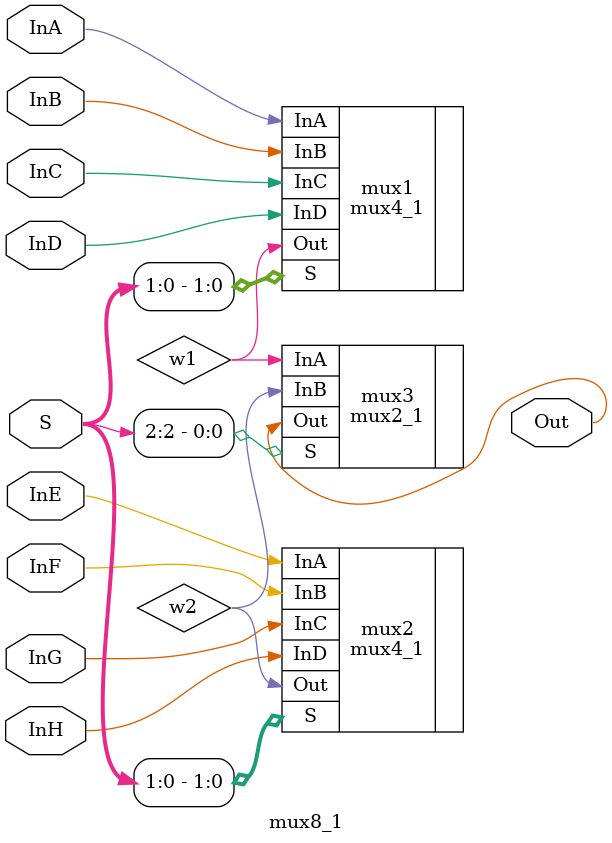
<source format=v>
module mux8_1(
        input InA, InB, InC, InD, InE, InF, InG, InH, 
        input [2:0] S,
        output Out);

        wire w1, w2;

        mux4_1 mux1 (.InA(InA),.InB(InB),.InC(InC),.InD(InD),.S(S[1:0]),.Out(w1));
        mux4_1 mux2 (.InA(InE),.InB(InF),.InC(InG),.InD(InH),.S(S[1:0]),.Out(w2));
        mux2_1 mux3 (.InA(w1),.InB(w2),.S(S[2]),.Out(Out));

endmodule


</source>
